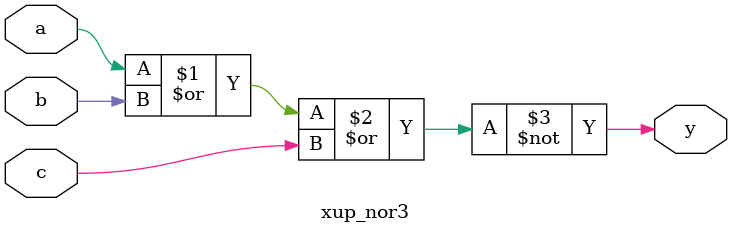
<source format=v>
`timescale 1ns / 1ps
module xup_nor3 #(parameter DELAY = 3)(
    input wire a,
    input wire b,
    input wire c,
    output wire y
    );
    
    nor #DELAY (y,a,b,c);
    
endmodule

</source>
